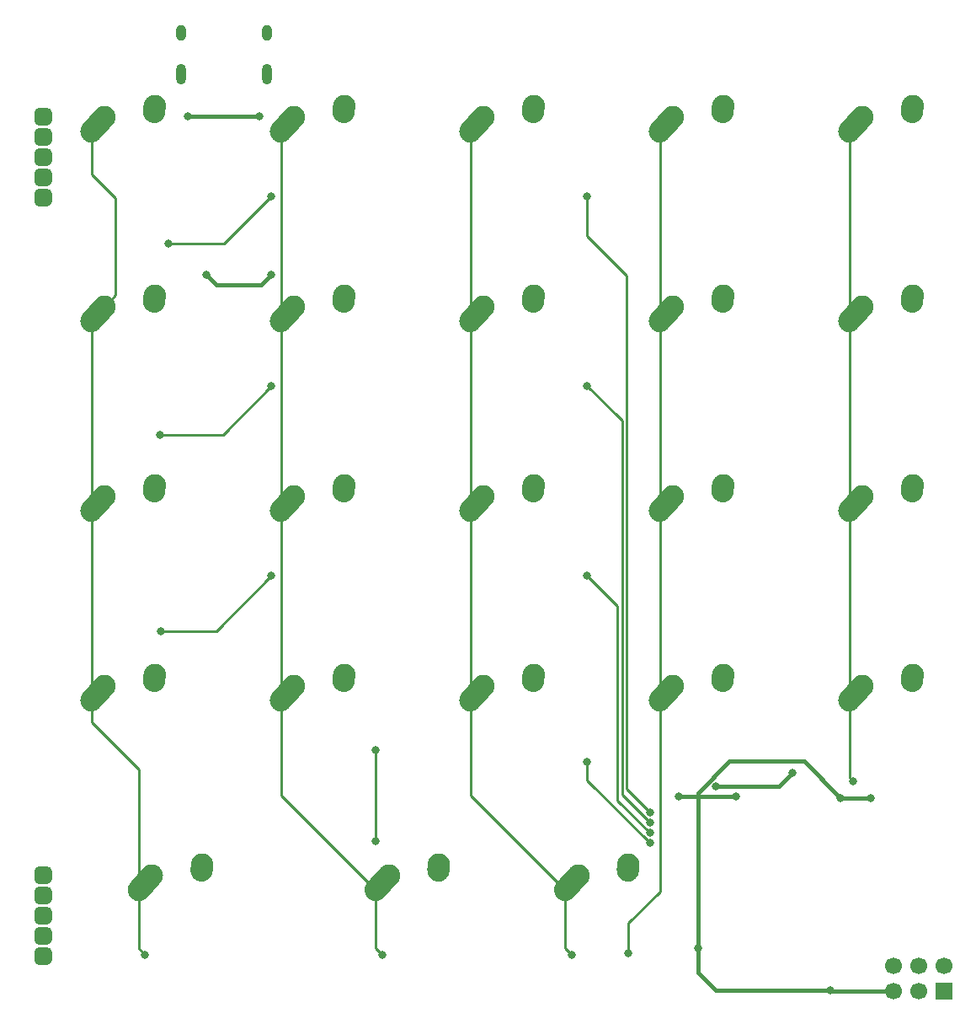
<source format=gtl>
%TF.GenerationSoftware,KiCad,Pcbnew,(5.1.12)-1*%
%TF.CreationDate,2022-01-05T00:46:49-05:00*%
%TF.ProjectId,gasket-2,6761736b-6574-42d3-922e-6b696361645f,rev?*%
%TF.SameCoordinates,Original*%
%TF.FileFunction,Copper,L1,Top*%
%TF.FilePolarity,Positive*%
%FSLAX46Y46*%
G04 Gerber Fmt 4.6, Leading zero omitted, Abs format (unit mm)*
G04 Created by KiCad (PCBNEW (5.1.12)-1) date 2022-01-05 00:46:49*
%MOMM*%
%LPD*%
G01*
G04 APERTURE LIST*
%TA.AperFunction,ComponentPad*%
%ADD10C,2.250000*%
%TD*%
%TA.AperFunction,ComponentPad*%
%ADD11O,1.000000X2.100000*%
%TD*%
%TA.AperFunction,ComponentPad*%
%ADD12O,1.000000X1.600000*%
%TD*%
%TA.AperFunction,ComponentPad*%
%ADD13R,1.700000X1.700000*%
%TD*%
%TA.AperFunction,ComponentPad*%
%ADD14C,1.700000*%
%TD*%
%TA.AperFunction,ViaPad*%
%ADD15C,0.800000*%
%TD*%
%TA.AperFunction,Conductor*%
%ADD16C,0.381000*%
%TD*%
%TA.AperFunction,Conductor*%
%ADD17C,0.254000*%
%TD*%
G04 APERTURE END LIST*
D10*
%TO.P,MX25,1*%
%TO.N,COL5*%
X123706250Y-46006250D03*
%TA.AperFunction,ComponentPad*%
G36*
G01*
X121644938Y-48303600D02*
X121644933Y-48303595D01*
G75*
G02*
X121558905Y-46714933I751317J837345D01*
G01*
X122868907Y-45254933D01*
G75*
G02*
X124457569Y-45168905I837345J-751317D01*
G01*
X124457569Y-45168905D01*
G75*
G02*
X124543597Y-46757567I-751317J-837345D01*
G01*
X123233595Y-48217567D01*
G75*
G02*
X121644933Y-48303595I-837345J751317D01*
G01*
G37*
%TD.AperFunction*%
%TO.P,MX25,2*%
%TO.N,Net-(D25-Pad2)*%
X128746250Y-44926250D03*
%TA.AperFunction,ComponentPad*%
G36*
G01*
X128629733Y-46628645D02*
X128628847Y-46628584D01*
G75*
G02*
X127583916Y-45428847I77403J1122334D01*
G01*
X127623916Y-44848847D01*
G75*
G02*
X128823653Y-43803916I1122334J-77403D01*
G01*
X128823653Y-43803916D01*
G75*
G02*
X129868584Y-45003653I-77403J-1122334D01*
G01*
X129828584Y-45583653D01*
G75*
G02*
X128628847Y-46628584I-1122334J77403D01*
G01*
G37*
%TD.AperFunction*%
%TD*%
%TO.P,MX26,1*%
%TO.N,COL5*%
X123706250Y-65056250D03*
%TA.AperFunction,ComponentPad*%
G36*
G01*
X121644938Y-67353600D02*
X121644933Y-67353595D01*
G75*
G02*
X121558905Y-65764933I751317J837345D01*
G01*
X122868907Y-64304933D01*
G75*
G02*
X124457569Y-64218905I837345J-751317D01*
G01*
X124457569Y-64218905D01*
G75*
G02*
X124543597Y-65807567I-751317J-837345D01*
G01*
X123233595Y-67267567D01*
G75*
G02*
X121644933Y-67353595I-837345J751317D01*
G01*
G37*
%TD.AperFunction*%
%TO.P,MX26,2*%
%TO.N,Net-(D26-Pad2)*%
X128746250Y-63976250D03*
%TA.AperFunction,ComponentPad*%
G36*
G01*
X128629733Y-65678645D02*
X128628847Y-65678584D01*
G75*
G02*
X127583916Y-64478847I77403J1122334D01*
G01*
X127623916Y-63898847D01*
G75*
G02*
X128823653Y-62853916I1122334J-77403D01*
G01*
X128823653Y-62853916D01*
G75*
G02*
X129868584Y-64053653I-77403J-1122334D01*
G01*
X129828584Y-64633653D01*
G75*
G02*
X128628847Y-65678584I-1122334J77403D01*
G01*
G37*
%TD.AperFunction*%
%TD*%
%TO.P,M2,5*%
%TO.N,COL4*%
%TA.AperFunction,ComponentPad*%
G36*
G01*
X118418300Y-102685850D02*
X118418300Y-103562150D01*
G75*
G02*
X117980150Y-104000300I-438150J0D01*
G01*
X117103850Y-104000300D01*
G75*
G02*
X116665700Y-103562150I0J438150D01*
G01*
X116665700Y-102685850D01*
G75*
G02*
X117103850Y-102247700I438150J0D01*
G01*
X117980150Y-102247700D01*
G75*
G02*
X118418300Y-102685850I0J-438150D01*
G01*
G37*
%TD.AperFunction*%
%TO.P,M2,4*%
%TO.N,COL3*%
%TA.AperFunction,ComponentPad*%
G36*
G01*
X118418300Y-104717850D02*
X118418300Y-105594150D01*
G75*
G02*
X117980150Y-106032300I-438150J0D01*
G01*
X117103850Y-106032300D01*
G75*
G02*
X116665700Y-105594150I0J438150D01*
G01*
X116665700Y-104717850D01*
G75*
G02*
X117103850Y-104279700I438150J0D01*
G01*
X117980150Y-104279700D01*
G75*
G02*
X118418300Y-104717850I0J-438150D01*
G01*
G37*
%TD.AperFunction*%
%TO.P,M2,3*%
%TO.N,COL2*%
%TA.AperFunction,ComponentPad*%
G36*
G01*
X118418300Y-106749850D02*
X118418300Y-107626150D01*
G75*
G02*
X117980150Y-108064300I-438150J0D01*
G01*
X117103850Y-108064300D01*
G75*
G02*
X116665700Y-107626150I0J438150D01*
G01*
X116665700Y-106749850D01*
G75*
G02*
X117103850Y-106311700I438150J0D01*
G01*
X117980150Y-106311700D01*
G75*
G02*
X118418300Y-106749850I0J-438150D01*
G01*
G37*
%TD.AperFunction*%
%TO.P,M2,2*%
%TO.N,COL1*%
%TA.AperFunction,ComponentPad*%
G36*
G01*
X118418300Y-108781850D02*
X118418300Y-109658150D01*
G75*
G02*
X117980150Y-110096300I-438150J0D01*
G01*
X117103850Y-110096300D01*
G75*
G02*
X116665700Y-109658150I0J438150D01*
G01*
X116665700Y-108781850D01*
G75*
G02*
X117103850Y-108343700I438150J0D01*
G01*
X117980150Y-108343700D01*
G75*
G02*
X118418300Y-108781850I0J-438150D01*
G01*
G37*
%TD.AperFunction*%
%TO.P,M2,1*%
%TO.N,COL0*%
%TA.AperFunction,ComponentPad*%
G36*
G01*
X118418300Y-110813850D02*
X118418300Y-111690150D01*
G75*
G02*
X117980150Y-112128300I-438150J0D01*
G01*
X117103850Y-112128300D01*
G75*
G02*
X116665700Y-111690150I0J438150D01*
G01*
X116665700Y-110813850D01*
G75*
G02*
X117103850Y-110375700I438150J0D01*
G01*
X117980150Y-110375700D01*
G75*
G02*
X118418300Y-110813850I0J-438150D01*
G01*
G37*
%TD.AperFunction*%
%TD*%
%TO.P,M1,5*%
%TO.N,ROW4*%
%TA.AperFunction,ComponentPad*%
G36*
G01*
X116663700Y-35490150D02*
X116663700Y-34613850D01*
G75*
G02*
X117101850Y-34175700I438150J0D01*
G01*
X117978150Y-34175700D01*
G75*
G02*
X118416300Y-34613850I0J-438150D01*
G01*
X118416300Y-35490150D01*
G75*
G02*
X117978150Y-35928300I-438150J0D01*
G01*
X117101850Y-35928300D01*
G75*
G02*
X116663700Y-35490150I0J438150D01*
G01*
G37*
%TD.AperFunction*%
%TO.P,M1,4*%
%TO.N,ROW3*%
%TA.AperFunction,ComponentPad*%
G36*
G01*
X116663700Y-33458150D02*
X116663700Y-32581850D01*
G75*
G02*
X117101850Y-32143700I438150J0D01*
G01*
X117978150Y-32143700D01*
G75*
G02*
X118416300Y-32581850I0J-438150D01*
G01*
X118416300Y-33458150D01*
G75*
G02*
X117978150Y-33896300I-438150J0D01*
G01*
X117101850Y-33896300D01*
G75*
G02*
X116663700Y-33458150I0J438150D01*
G01*
G37*
%TD.AperFunction*%
%TO.P,M1,3*%
%TO.N,ROW2*%
%TA.AperFunction,ComponentPad*%
G36*
G01*
X116663700Y-31426150D02*
X116663700Y-30549850D01*
G75*
G02*
X117101850Y-30111700I438150J0D01*
G01*
X117978150Y-30111700D01*
G75*
G02*
X118416300Y-30549850I0J-438150D01*
G01*
X118416300Y-31426150D01*
G75*
G02*
X117978150Y-31864300I-438150J0D01*
G01*
X117101850Y-31864300D01*
G75*
G02*
X116663700Y-31426150I0J438150D01*
G01*
G37*
%TD.AperFunction*%
%TO.P,M1,2*%
%TO.N,ROW1*%
%TA.AperFunction,ComponentPad*%
G36*
G01*
X116663700Y-29394150D02*
X116663700Y-28517850D01*
G75*
G02*
X117101850Y-28079700I438150J0D01*
G01*
X117978150Y-28079700D01*
G75*
G02*
X118416300Y-28517850I0J-438150D01*
G01*
X118416300Y-29394150D01*
G75*
G02*
X117978150Y-29832300I-438150J0D01*
G01*
X117101850Y-29832300D01*
G75*
G02*
X116663700Y-29394150I0J438150D01*
G01*
G37*
%TD.AperFunction*%
%TO.P,M1,1*%
%TO.N,ROW0*%
%TA.AperFunction,ComponentPad*%
G36*
G01*
X116663700Y-27362150D02*
X116663700Y-26485850D01*
G75*
G02*
X117101850Y-26047700I438150J0D01*
G01*
X117978150Y-26047700D01*
G75*
G02*
X118416300Y-26485850I0J-438150D01*
G01*
X118416300Y-27362150D01*
G75*
G02*
X117978150Y-27800300I-438150J0D01*
G01*
X117101850Y-27800300D01*
G75*
G02*
X116663700Y-27362150I0J438150D01*
G01*
G37*
%TD.AperFunction*%
%TD*%
%TO.P,MX24,1*%
%TO.N,COL5*%
X123706250Y-26956250D03*
%TA.AperFunction,ComponentPad*%
G36*
G01*
X121644938Y-29253600D02*
X121644933Y-29253595D01*
G75*
G02*
X121558905Y-27664933I751317J837345D01*
G01*
X122868907Y-26204933D01*
G75*
G02*
X124457569Y-26118905I837345J-751317D01*
G01*
X124457569Y-26118905D01*
G75*
G02*
X124543597Y-27707567I-751317J-837345D01*
G01*
X123233595Y-29167567D01*
G75*
G02*
X121644933Y-29253595I-837345J751317D01*
G01*
G37*
%TD.AperFunction*%
%TO.P,MX24,2*%
%TO.N,Net-(D24-Pad2)*%
X128746250Y-25876250D03*
%TA.AperFunction,ComponentPad*%
G36*
G01*
X128629733Y-27578645D02*
X128628847Y-27578584D01*
G75*
G02*
X127583916Y-26378847I77403J1122334D01*
G01*
X127623916Y-25798847D01*
G75*
G02*
X128823653Y-24753916I1122334J-77403D01*
G01*
X128823653Y-24753916D01*
G75*
G02*
X129868584Y-25953653I-77403J-1122334D01*
G01*
X129828584Y-26533653D01*
G75*
G02*
X128628847Y-27578584I-1122334J77403D01*
G01*
G37*
%TD.AperFunction*%
%TD*%
%TO.P,MX46,1*%
%TO.N,COL9*%
X199906250Y-84106250D03*
%TA.AperFunction,ComponentPad*%
G36*
G01*
X197844938Y-86403600D02*
X197844933Y-86403595D01*
G75*
G02*
X197758905Y-84814933I751317J837345D01*
G01*
X199068907Y-83354933D01*
G75*
G02*
X200657569Y-83268905I837345J-751317D01*
G01*
X200657569Y-83268905D01*
G75*
G02*
X200743597Y-84857567I-751317J-837345D01*
G01*
X199433595Y-86317567D01*
G75*
G02*
X197844933Y-86403595I-837345J751317D01*
G01*
G37*
%TD.AperFunction*%
%TO.P,MX46,2*%
%TO.N,Net-(D46-Pad2)*%
X204946250Y-83026250D03*
%TA.AperFunction,ComponentPad*%
G36*
G01*
X204829733Y-84728645D02*
X204828847Y-84728584D01*
G75*
G02*
X203783916Y-83528847I77403J1122334D01*
G01*
X203823916Y-82948847D01*
G75*
G02*
X205023653Y-81903916I1122334J-77403D01*
G01*
X205023653Y-81903916D01*
G75*
G02*
X206068584Y-83103653I-77403J-1122334D01*
G01*
X206028584Y-83683653D01*
G75*
G02*
X204828847Y-84728584I-1122334J77403D01*
G01*
G37*
%TD.AperFunction*%
%TD*%
%TO.P,MX42,1*%
%TO.N,COL8*%
X180856250Y-84106250D03*
%TA.AperFunction,ComponentPad*%
G36*
G01*
X178794938Y-86403600D02*
X178794933Y-86403595D01*
G75*
G02*
X178708905Y-84814933I751317J837345D01*
G01*
X180018907Y-83354933D01*
G75*
G02*
X181607569Y-83268905I837345J-751317D01*
G01*
X181607569Y-83268905D01*
G75*
G02*
X181693597Y-84857567I-751317J-837345D01*
G01*
X180383595Y-86317567D01*
G75*
G02*
X178794933Y-86403595I-837345J751317D01*
G01*
G37*
%TD.AperFunction*%
%TO.P,MX42,2*%
%TO.N,Net-(D42-Pad2)*%
X185896250Y-83026250D03*
%TA.AperFunction,ComponentPad*%
G36*
G01*
X185779733Y-84728645D02*
X185778847Y-84728584D01*
G75*
G02*
X184733916Y-83528847I77403J1122334D01*
G01*
X184773916Y-82948847D01*
G75*
G02*
X185973653Y-81903916I1122334J-77403D01*
G01*
X185973653Y-81903916D01*
G75*
G02*
X187018584Y-83103653I-77403J-1122334D01*
G01*
X186978584Y-83683653D01*
G75*
G02*
X185778847Y-84728584I-1122334J77403D01*
G01*
G37*
%TD.AperFunction*%
%TD*%
%TO.P,MX39,1*%
%TO.N,COL8*%
X180856250Y-26956250D03*
%TA.AperFunction,ComponentPad*%
G36*
G01*
X178794938Y-29253600D02*
X178794933Y-29253595D01*
G75*
G02*
X178708905Y-27664933I751317J837345D01*
G01*
X180018907Y-26204933D01*
G75*
G02*
X181607569Y-26118905I837345J-751317D01*
G01*
X181607569Y-26118905D01*
G75*
G02*
X181693597Y-27707567I-751317J-837345D01*
G01*
X180383595Y-29167567D01*
G75*
G02*
X178794933Y-29253595I-837345J751317D01*
G01*
G37*
%TD.AperFunction*%
%TO.P,MX39,2*%
%TO.N,Net-(D39-Pad2)*%
X185896250Y-25876250D03*
%TA.AperFunction,ComponentPad*%
G36*
G01*
X185779733Y-27578645D02*
X185778847Y-27578584D01*
G75*
G02*
X184733916Y-26378847I77403J1122334D01*
G01*
X184773916Y-25798847D01*
G75*
G02*
X185973653Y-24753916I1122334J-77403D01*
G01*
X185973653Y-24753916D01*
G75*
G02*
X187018584Y-25953653I-77403J-1122334D01*
G01*
X186978584Y-26533653D01*
G75*
G02*
X185778847Y-27578584I-1122334J77403D01*
G01*
G37*
%TD.AperFunction*%
%TD*%
D11*
%TO.P,USB1,13*%
%TO.N,Earth*%
X131411250Y-22655000D03*
X140051250Y-22655000D03*
D12*
X131411250Y-18475000D03*
X140051250Y-18475000D03*
%TD*%
D10*
%TO.P,MX45,1*%
%TO.N,COL9*%
X199906250Y-65056250D03*
%TA.AperFunction,ComponentPad*%
G36*
G01*
X197844938Y-67353600D02*
X197844933Y-67353595D01*
G75*
G02*
X197758905Y-65764933I751317J837345D01*
G01*
X199068907Y-64304933D01*
G75*
G02*
X200657569Y-64218905I837345J-751317D01*
G01*
X200657569Y-64218905D01*
G75*
G02*
X200743597Y-65807567I-751317J-837345D01*
G01*
X199433595Y-67267567D01*
G75*
G02*
X197844933Y-67353595I-837345J751317D01*
G01*
G37*
%TD.AperFunction*%
%TO.P,MX45,2*%
%TO.N,Net-(D45-Pad2)*%
X204946250Y-63976250D03*
%TA.AperFunction,ComponentPad*%
G36*
G01*
X204829733Y-65678645D02*
X204828847Y-65678584D01*
G75*
G02*
X203783916Y-64478847I77403J1122334D01*
G01*
X203823916Y-63898847D01*
G75*
G02*
X205023653Y-62853916I1122334J-77403D01*
G01*
X205023653Y-62853916D01*
G75*
G02*
X206068584Y-64053653I-77403J-1122334D01*
G01*
X206028584Y-64633653D01*
G75*
G02*
X204828847Y-65678584I-1122334J77403D01*
G01*
G37*
%TD.AperFunction*%
%TD*%
%TO.P,MX44,1*%
%TO.N,COL9*%
X199906250Y-46006250D03*
%TA.AperFunction,ComponentPad*%
G36*
G01*
X197844938Y-48303600D02*
X197844933Y-48303595D01*
G75*
G02*
X197758905Y-46714933I751317J837345D01*
G01*
X199068907Y-45254933D01*
G75*
G02*
X200657569Y-45168905I837345J-751317D01*
G01*
X200657569Y-45168905D01*
G75*
G02*
X200743597Y-46757567I-751317J-837345D01*
G01*
X199433595Y-48217567D01*
G75*
G02*
X197844933Y-48303595I-837345J751317D01*
G01*
G37*
%TD.AperFunction*%
%TO.P,MX44,2*%
%TO.N,Net-(D44-Pad2)*%
X204946250Y-44926250D03*
%TA.AperFunction,ComponentPad*%
G36*
G01*
X204829733Y-46628645D02*
X204828847Y-46628584D01*
G75*
G02*
X203783916Y-45428847I77403J1122334D01*
G01*
X203823916Y-44848847D01*
G75*
G02*
X205023653Y-43803916I1122334J-77403D01*
G01*
X205023653Y-43803916D01*
G75*
G02*
X206068584Y-45003653I-77403J-1122334D01*
G01*
X206028584Y-45583653D01*
G75*
G02*
X204828847Y-46628584I-1122334J77403D01*
G01*
G37*
%TD.AperFunction*%
%TD*%
%TO.P,MX43,1*%
%TO.N,COL9*%
X199906250Y-26956250D03*
%TA.AperFunction,ComponentPad*%
G36*
G01*
X197844938Y-29253600D02*
X197844933Y-29253595D01*
G75*
G02*
X197758905Y-27664933I751317J837345D01*
G01*
X199068907Y-26204933D01*
G75*
G02*
X200657569Y-26118905I837345J-751317D01*
G01*
X200657569Y-26118905D01*
G75*
G02*
X200743597Y-27707567I-751317J-837345D01*
G01*
X199433595Y-29167567D01*
G75*
G02*
X197844933Y-29253595I-837345J751317D01*
G01*
G37*
%TD.AperFunction*%
%TO.P,MX43,2*%
%TO.N,Net-(D43-Pad2)*%
X204946250Y-25876250D03*
%TA.AperFunction,ComponentPad*%
G36*
G01*
X204829733Y-27578645D02*
X204828847Y-27578584D01*
G75*
G02*
X203783916Y-26378847I77403J1122334D01*
G01*
X203823916Y-25798847D01*
G75*
G02*
X205023653Y-24753916I1122334J-77403D01*
G01*
X205023653Y-24753916D01*
G75*
G02*
X206068584Y-25953653I-77403J-1122334D01*
G01*
X206028584Y-26533653D01*
G75*
G02*
X204828847Y-27578584I-1122334J77403D01*
G01*
G37*
%TD.AperFunction*%
%TD*%
%TO.P,MX41,1*%
%TO.N,COL8*%
X180856250Y-65056250D03*
%TA.AperFunction,ComponentPad*%
G36*
G01*
X178794938Y-67353600D02*
X178794933Y-67353595D01*
G75*
G02*
X178708905Y-65764933I751317J837345D01*
G01*
X180018907Y-64304933D01*
G75*
G02*
X181607569Y-64218905I837345J-751317D01*
G01*
X181607569Y-64218905D01*
G75*
G02*
X181693597Y-65807567I-751317J-837345D01*
G01*
X180383595Y-67267567D01*
G75*
G02*
X178794933Y-67353595I-837345J751317D01*
G01*
G37*
%TD.AperFunction*%
%TO.P,MX41,2*%
%TO.N,Net-(D41-Pad2)*%
X185896250Y-63976250D03*
%TA.AperFunction,ComponentPad*%
G36*
G01*
X185779733Y-65678645D02*
X185778847Y-65678584D01*
G75*
G02*
X184733916Y-64478847I77403J1122334D01*
G01*
X184773916Y-63898847D01*
G75*
G02*
X185973653Y-62853916I1122334J-77403D01*
G01*
X185973653Y-62853916D01*
G75*
G02*
X187018584Y-64053653I-77403J-1122334D01*
G01*
X186978584Y-64633653D01*
G75*
G02*
X185778847Y-65678584I-1122334J77403D01*
G01*
G37*
%TD.AperFunction*%
%TD*%
%TO.P,MX40,1*%
%TO.N,COL8*%
X180856250Y-46006250D03*
%TA.AperFunction,ComponentPad*%
G36*
G01*
X178794938Y-48303600D02*
X178794933Y-48303595D01*
G75*
G02*
X178708905Y-46714933I751317J837345D01*
G01*
X180018907Y-45254933D01*
G75*
G02*
X181607569Y-45168905I837345J-751317D01*
G01*
X181607569Y-45168905D01*
G75*
G02*
X181693597Y-46757567I-751317J-837345D01*
G01*
X180383595Y-48217567D01*
G75*
G02*
X178794933Y-48303595I-837345J751317D01*
G01*
G37*
%TD.AperFunction*%
%TO.P,MX40,2*%
%TO.N,Net-(D40-Pad2)*%
X185896250Y-44926250D03*
%TA.AperFunction,ComponentPad*%
G36*
G01*
X185779733Y-46628645D02*
X185778847Y-46628584D01*
G75*
G02*
X184733916Y-45428847I77403J1122334D01*
G01*
X184773916Y-44848847D01*
G75*
G02*
X185973653Y-43803916I1122334J-77403D01*
G01*
X185973653Y-43803916D01*
G75*
G02*
X187018584Y-45003653I-77403J-1122334D01*
G01*
X186978584Y-45583653D01*
G75*
G02*
X185778847Y-46628584I-1122334J77403D01*
G01*
G37*
%TD.AperFunction*%
%TD*%
%TO.P,MX38,1*%
%TO.N,COL7*%
X171331250Y-103156250D03*
%TA.AperFunction,ComponentPad*%
G36*
G01*
X169269938Y-105453600D02*
X169269933Y-105453595D01*
G75*
G02*
X169183905Y-103864933I751317J837345D01*
G01*
X170493907Y-102404933D01*
G75*
G02*
X172082569Y-102318905I837345J-751317D01*
G01*
X172082569Y-102318905D01*
G75*
G02*
X172168597Y-103907567I-751317J-837345D01*
G01*
X170858595Y-105367567D01*
G75*
G02*
X169269933Y-105453595I-837345J751317D01*
G01*
G37*
%TD.AperFunction*%
%TO.P,MX38,2*%
%TO.N,Net-(D38-Pad2)*%
X176371250Y-102076250D03*
%TA.AperFunction,ComponentPad*%
G36*
G01*
X176254733Y-103778645D02*
X176253847Y-103778584D01*
G75*
G02*
X175208916Y-102578847I77403J1122334D01*
G01*
X175248916Y-101998847D01*
G75*
G02*
X176448653Y-100953916I1122334J-77403D01*
G01*
X176448653Y-100953916D01*
G75*
G02*
X177493584Y-102153653I-77403J-1122334D01*
G01*
X177453584Y-102733653D01*
G75*
G02*
X176253847Y-103778584I-1122334J77403D01*
G01*
G37*
%TD.AperFunction*%
%TD*%
%TO.P,MX37,1*%
%TO.N,COL7*%
X161806250Y-84106250D03*
%TA.AperFunction,ComponentPad*%
G36*
G01*
X159744938Y-86403600D02*
X159744933Y-86403595D01*
G75*
G02*
X159658905Y-84814933I751317J837345D01*
G01*
X160968907Y-83354933D01*
G75*
G02*
X162557569Y-83268905I837345J-751317D01*
G01*
X162557569Y-83268905D01*
G75*
G02*
X162643597Y-84857567I-751317J-837345D01*
G01*
X161333595Y-86317567D01*
G75*
G02*
X159744933Y-86403595I-837345J751317D01*
G01*
G37*
%TD.AperFunction*%
%TO.P,MX37,2*%
%TO.N,Net-(D37-Pad2)*%
X166846250Y-83026250D03*
%TA.AperFunction,ComponentPad*%
G36*
G01*
X166729733Y-84728645D02*
X166728847Y-84728584D01*
G75*
G02*
X165683916Y-83528847I77403J1122334D01*
G01*
X165723916Y-82948847D01*
G75*
G02*
X166923653Y-81903916I1122334J-77403D01*
G01*
X166923653Y-81903916D01*
G75*
G02*
X167968584Y-83103653I-77403J-1122334D01*
G01*
X167928584Y-83683653D01*
G75*
G02*
X166728847Y-84728584I-1122334J77403D01*
G01*
G37*
%TD.AperFunction*%
%TD*%
%TO.P,MX36,1*%
%TO.N,COL7*%
X161806250Y-65056250D03*
%TA.AperFunction,ComponentPad*%
G36*
G01*
X159744938Y-67353600D02*
X159744933Y-67353595D01*
G75*
G02*
X159658905Y-65764933I751317J837345D01*
G01*
X160968907Y-64304933D01*
G75*
G02*
X162557569Y-64218905I837345J-751317D01*
G01*
X162557569Y-64218905D01*
G75*
G02*
X162643597Y-65807567I-751317J-837345D01*
G01*
X161333595Y-67267567D01*
G75*
G02*
X159744933Y-67353595I-837345J751317D01*
G01*
G37*
%TD.AperFunction*%
%TO.P,MX36,2*%
%TO.N,Net-(D36-Pad2)*%
X166846250Y-63976250D03*
%TA.AperFunction,ComponentPad*%
G36*
G01*
X166729733Y-65678645D02*
X166728847Y-65678584D01*
G75*
G02*
X165683916Y-64478847I77403J1122334D01*
G01*
X165723916Y-63898847D01*
G75*
G02*
X166923653Y-62853916I1122334J-77403D01*
G01*
X166923653Y-62853916D01*
G75*
G02*
X167968584Y-64053653I-77403J-1122334D01*
G01*
X167928584Y-64633653D01*
G75*
G02*
X166728847Y-65678584I-1122334J77403D01*
G01*
G37*
%TD.AperFunction*%
%TD*%
%TO.P,MX35,1*%
%TO.N,COL7*%
X161806250Y-46006250D03*
%TA.AperFunction,ComponentPad*%
G36*
G01*
X159744938Y-48303600D02*
X159744933Y-48303595D01*
G75*
G02*
X159658905Y-46714933I751317J837345D01*
G01*
X160968907Y-45254933D01*
G75*
G02*
X162557569Y-45168905I837345J-751317D01*
G01*
X162557569Y-45168905D01*
G75*
G02*
X162643597Y-46757567I-751317J-837345D01*
G01*
X161333595Y-48217567D01*
G75*
G02*
X159744933Y-48303595I-837345J751317D01*
G01*
G37*
%TD.AperFunction*%
%TO.P,MX35,2*%
%TO.N,Net-(D35-Pad2)*%
X166846250Y-44926250D03*
%TA.AperFunction,ComponentPad*%
G36*
G01*
X166729733Y-46628645D02*
X166728847Y-46628584D01*
G75*
G02*
X165683916Y-45428847I77403J1122334D01*
G01*
X165723916Y-44848847D01*
G75*
G02*
X166923653Y-43803916I1122334J-77403D01*
G01*
X166923653Y-43803916D01*
G75*
G02*
X167968584Y-45003653I-77403J-1122334D01*
G01*
X167928584Y-45583653D01*
G75*
G02*
X166728847Y-46628584I-1122334J77403D01*
G01*
G37*
%TD.AperFunction*%
%TD*%
%TO.P,MX34,1*%
%TO.N,COL7*%
X161806250Y-26956250D03*
%TA.AperFunction,ComponentPad*%
G36*
G01*
X159744938Y-29253600D02*
X159744933Y-29253595D01*
G75*
G02*
X159658905Y-27664933I751317J837345D01*
G01*
X160968907Y-26204933D01*
G75*
G02*
X162557569Y-26118905I837345J-751317D01*
G01*
X162557569Y-26118905D01*
G75*
G02*
X162643597Y-27707567I-751317J-837345D01*
G01*
X161333595Y-29167567D01*
G75*
G02*
X159744933Y-29253595I-837345J751317D01*
G01*
G37*
%TD.AperFunction*%
%TO.P,MX34,2*%
%TO.N,Net-(D34-Pad2)*%
X166846250Y-25876250D03*
%TA.AperFunction,ComponentPad*%
G36*
G01*
X166729733Y-27578645D02*
X166728847Y-27578584D01*
G75*
G02*
X165683916Y-26378847I77403J1122334D01*
G01*
X165723916Y-25798847D01*
G75*
G02*
X166923653Y-24753916I1122334J-77403D01*
G01*
X166923653Y-24753916D01*
G75*
G02*
X167968584Y-25953653I-77403J-1122334D01*
G01*
X167928584Y-26533653D01*
G75*
G02*
X166728847Y-27578584I-1122334J77403D01*
G01*
G37*
%TD.AperFunction*%
%TD*%
%TO.P,MX33,1*%
%TO.N,COL6*%
X152281250Y-103156250D03*
%TA.AperFunction,ComponentPad*%
G36*
G01*
X150219938Y-105453600D02*
X150219933Y-105453595D01*
G75*
G02*
X150133905Y-103864933I751317J837345D01*
G01*
X151443907Y-102404933D01*
G75*
G02*
X153032569Y-102318905I837345J-751317D01*
G01*
X153032569Y-102318905D01*
G75*
G02*
X153118597Y-103907567I-751317J-837345D01*
G01*
X151808595Y-105367567D01*
G75*
G02*
X150219933Y-105453595I-837345J751317D01*
G01*
G37*
%TD.AperFunction*%
%TO.P,MX33,2*%
%TO.N,Net-(D33-Pad2)*%
X157321250Y-102076250D03*
%TA.AperFunction,ComponentPad*%
G36*
G01*
X157204733Y-103778645D02*
X157203847Y-103778584D01*
G75*
G02*
X156158916Y-102578847I77403J1122334D01*
G01*
X156198916Y-101998847D01*
G75*
G02*
X157398653Y-100953916I1122334J-77403D01*
G01*
X157398653Y-100953916D01*
G75*
G02*
X158443584Y-102153653I-77403J-1122334D01*
G01*
X158403584Y-102733653D01*
G75*
G02*
X157203847Y-103778584I-1122334J77403D01*
G01*
G37*
%TD.AperFunction*%
%TD*%
%TO.P,MX32,1*%
%TO.N,COL6*%
X142756250Y-84106250D03*
%TA.AperFunction,ComponentPad*%
G36*
G01*
X140694938Y-86403600D02*
X140694933Y-86403595D01*
G75*
G02*
X140608905Y-84814933I751317J837345D01*
G01*
X141918907Y-83354933D01*
G75*
G02*
X143507569Y-83268905I837345J-751317D01*
G01*
X143507569Y-83268905D01*
G75*
G02*
X143593597Y-84857567I-751317J-837345D01*
G01*
X142283595Y-86317567D01*
G75*
G02*
X140694933Y-86403595I-837345J751317D01*
G01*
G37*
%TD.AperFunction*%
%TO.P,MX32,2*%
%TO.N,Net-(D32-Pad2)*%
X147796250Y-83026250D03*
%TA.AperFunction,ComponentPad*%
G36*
G01*
X147679733Y-84728645D02*
X147678847Y-84728584D01*
G75*
G02*
X146633916Y-83528847I77403J1122334D01*
G01*
X146673916Y-82948847D01*
G75*
G02*
X147873653Y-81903916I1122334J-77403D01*
G01*
X147873653Y-81903916D01*
G75*
G02*
X148918584Y-83103653I-77403J-1122334D01*
G01*
X148878584Y-83683653D01*
G75*
G02*
X147678847Y-84728584I-1122334J77403D01*
G01*
G37*
%TD.AperFunction*%
%TD*%
%TO.P,MX31,1*%
%TO.N,COL6*%
X142756250Y-65056250D03*
%TA.AperFunction,ComponentPad*%
G36*
G01*
X140694938Y-67353600D02*
X140694933Y-67353595D01*
G75*
G02*
X140608905Y-65764933I751317J837345D01*
G01*
X141918907Y-64304933D01*
G75*
G02*
X143507569Y-64218905I837345J-751317D01*
G01*
X143507569Y-64218905D01*
G75*
G02*
X143593597Y-65807567I-751317J-837345D01*
G01*
X142283595Y-67267567D01*
G75*
G02*
X140694933Y-67353595I-837345J751317D01*
G01*
G37*
%TD.AperFunction*%
%TO.P,MX31,2*%
%TO.N,Net-(D31-Pad2)*%
X147796250Y-63976250D03*
%TA.AperFunction,ComponentPad*%
G36*
G01*
X147679733Y-65678645D02*
X147678847Y-65678584D01*
G75*
G02*
X146633916Y-64478847I77403J1122334D01*
G01*
X146673916Y-63898847D01*
G75*
G02*
X147873653Y-62853916I1122334J-77403D01*
G01*
X147873653Y-62853916D01*
G75*
G02*
X148918584Y-64053653I-77403J-1122334D01*
G01*
X148878584Y-64633653D01*
G75*
G02*
X147678847Y-65678584I-1122334J77403D01*
G01*
G37*
%TD.AperFunction*%
%TD*%
%TO.P,MX30,1*%
%TO.N,COL6*%
X142756250Y-46006250D03*
%TA.AperFunction,ComponentPad*%
G36*
G01*
X140694938Y-48303600D02*
X140694933Y-48303595D01*
G75*
G02*
X140608905Y-46714933I751317J837345D01*
G01*
X141918907Y-45254933D01*
G75*
G02*
X143507569Y-45168905I837345J-751317D01*
G01*
X143507569Y-45168905D01*
G75*
G02*
X143593597Y-46757567I-751317J-837345D01*
G01*
X142283595Y-48217567D01*
G75*
G02*
X140694933Y-48303595I-837345J751317D01*
G01*
G37*
%TD.AperFunction*%
%TO.P,MX30,2*%
%TO.N,Net-(D30-Pad2)*%
X147796250Y-44926250D03*
%TA.AperFunction,ComponentPad*%
G36*
G01*
X147679733Y-46628645D02*
X147678847Y-46628584D01*
G75*
G02*
X146633916Y-45428847I77403J1122334D01*
G01*
X146673916Y-44848847D01*
G75*
G02*
X147873653Y-43803916I1122334J-77403D01*
G01*
X147873653Y-43803916D01*
G75*
G02*
X148918584Y-45003653I-77403J-1122334D01*
G01*
X148878584Y-45583653D01*
G75*
G02*
X147678847Y-46628584I-1122334J77403D01*
G01*
G37*
%TD.AperFunction*%
%TD*%
%TO.P,MX29,1*%
%TO.N,COL6*%
X142756250Y-26956250D03*
%TA.AperFunction,ComponentPad*%
G36*
G01*
X140694938Y-29253600D02*
X140694933Y-29253595D01*
G75*
G02*
X140608905Y-27664933I751317J837345D01*
G01*
X141918907Y-26204933D01*
G75*
G02*
X143507569Y-26118905I837345J-751317D01*
G01*
X143507569Y-26118905D01*
G75*
G02*
X143593597Y-27707567I-751317J-837345D01*
G01*
X142283595Y-29167567D01*
G75*
G02*
X140694933Y-29253595I-837345J751317D01*
G01*
G37*
%TD.AperFunction*%
%TO.P,MX29,2*%
%TO.N,Net-(D29-Pad2)*%
X147796250Y-25876250D03*
%TA.AperFunction,ComponentPad*%
G36*
G01*
X147679733Y-27578645D02*
X147678847Y-27578584D01*
G75*
G02*
X146633916Y-26378847I77403J1122334D01*
G01*
X146673916Y-25798847D01*
G75*
G02*
X147873653Y-24753916I1122334J-77403D01*
G01*
X147873653Y-24753916D01*
G75*
G02*
X148918584Y-25953653I-77403J-1122334D01*
G01*
X148878584Y-26533653D01*
G75*
G02*
X147678847Y-27578584I-1122334J77403D01*
G01*
G37*
%TD.AperFunction*%
%TD*%
%TO.P,MX28,1*%
%TO.N,COL5*%
X128468750Y-103156250D03*
%TA.AperFunction,ComponentPad*%
G36*
G01*
X126407438Y-105453600D02*
X126407433Y-105453595D01*
G75*
G02*
X126321405Y-103864933I751317J837345D01*
G01*
X127631407Y-102404933D01*
G75*
G02*
X129220069Y-102318905I837345J-751317D01*
G01*
X129220069Y-102318905D01*
G75*
G02*
X129306097Y-103907567I-751317J-837345D01*
G01*
X127996095Y-105367567D01*
G75*
G02*
X126407433Y-105453595I-837345J751317D01*
G01*
G37*
%TD.AperFunction*%
%TO.P,MX28,2*%
%TO.N,Net-(D28-Pad2)*%
X133508750Y-102076250D03*
%TA.AperFunction,ComponentPad*%
G36*
G01*
X133392233Y-103778645D02*
X133391347Y-103778584D01*
G75*
G02*
X132346416Y-102578847I77403J1122334D01*
G01*
X132386416Y-101998847D01*
G75*
G02*
X133586153Y-100953916I1122334J-77403D01*
G01*
X133586153Y-100953916D01*
G75*
G02*
X134631084Y-102153653I-77403J-1122334D01*
G01*
X134591084Y-102733653D01*
G75*
G02*
X133391347Y-103778584I-1122334J77403D01*
G01*
G37*
%TD.AperFunction*%
%TD*%
%TO.P,MX27,1*%
%TO.N,COL5*%
X123706250Y-84106250D03*
%TA.AperFunction,ComponentPad*%
G36*
G01*
X121644938Y-86403600D02*
X121644933Y-86403595D01*
G75*
G02*
X121558905Y-84814933I751317J837345D01*
G01*
X122868907Y-83354933D01*
G75*
G02*
X124457569Y-83268905I837345J-751317D01*
G01*
X124457569Y-83268905D01*
G75*
G02*
X124543597Y-84857567I-751317J-837345D01*
G01*
X123233595Y-86317567D01*
G75*
G02*
X121644933Y-86403595I-837345J751317D01*
G01*
G37*
%TD.AperFunction*%
%TO.P,MX27,2*%
%TO.N,Net-(D27-Pad2)*%
X128746250Y-83026250D03*
%TA.AperFunction,ComponentPad*%
G36*
G01*
X128629733Y-84728645D02*
X128628847Y-84728584D01*
G75*
G02*
X127583916Y-83528847I77403J1122334D01*
G01*
X127623916Y-82948847D01*
G75*
G02*
X128823653Y-81903916I1122334J-77403D01*
G01*
X128823653Y-81903916D01*
G75*
G02*
X129868584Y-83103653I-77403J-1122334D01*
G01*
X129828584Y-83683653D01*
G75*
G02*
X128628847Y-84728584I-1122334J77403D01*
G01*
G37*
%TD.AperFunction*%
%TD*%
D13*
%TO.P,J1,6*%
%TO.N,GND*%
X208121250Y-114776250D03*
D14*
%TO.P,J1,5*%
%TO.N,RST*%
X208121250Y-112236250D03*
%TO.P,J1,4*%
%TO.N,MOSI*%
X205581250Y-114776250D03*
%TO.P,J1,3*%
%TO.N,SCK*%
X205581250Y-112236250D03*
%TO.P,J1,2*%
%TO.N,+5V*%
X203041250Y-114776250D03*
%TO.P,J1,1*%
%TO.N,MISO*%
X203041250Y-112236250D03*
%TD*%
D15*
%TO.N,GND*%
X185166000Y-94234000D03*
X192913000Y-92837000D03*
X133985000Y-42799000D03*
X140462000Y-42799000D03*
%TO.N,+5V*%
X181483000Y-95250000D03*
X187198000Y-95250000D03*
X200787000Y-95377000D03*
X196723000Y-114681000D03*
X183388000Y-110490000D03*
X197739000Y-95377000D03*
%TO.N,ROW0*%
X172243750Y-34925000D03*
X178593750Y-96837500D03*
X140493750Y-34925000D03*
X130175000Y-39687500D03*
%TO.N,ROW1*%
X172243750Y-53975000D03*
X178560436Y-97836946D03*
X140493750Y-53975000D03*
X129247999Y-58870751D03*
%TO.N,ROW2*%
X172243750Y-73025000D03*
X178547176Y-98851820D03*
X140493750Y-73025000D03*
X129381250Y-78581250D03*
%TO.N,ROW3*%
X178541821Y-99874600D03*
X172243750Y-91785000D03*
X151003000Y-90551000D03*
X151003000Y-99695000D03*
%TO.N,VCC*%
X139319000Y-26924000D03*
X132080000Y-26924000D03*
%TO.N,COL5*%
X127793750Y-111125000D03*
%TO.N,COL6*%
X151606250Y-111125000D03*
%TO.N,COL7*%
X170656250Y-111125000D03*
%TO.N,COL8*%
X176403000Y-110998000D03*
%TO.N,COL9*%
X199009000Y-93726000D03*
%TD*%
D16*
%TO.N,GND*%
X191516000Y-94234000D02*
X192913000Y-92837000D01*
X185166000Y-94234000D02*
X191516000Y-94234000D01*
X133985000Y-42799000D02*
X135001000Y-43815000D01*
X139446000Y-43815000D02*
X140462000Y-42799000D01*
X135001000Y-43815000D02*
X139446000Y-43815000D01*
%TO.N,+5V*%
X186817000Y-114681000D02*
X185166000Y-114681000D01*
X185166000Y-114681000D02*
X183388000Y-112903000D01*
X183388000Y-95250000D02*
X187198000Y-95250000D01*
X181483000Y-95250000D02*
X183388000Y-95250000D01*
X183388000Y-112903000D02*
X183388000Y-110490000D01*
X183388000Y-110490000D02*
X183388000Y-95250000D01*
X196723000Y-114681000D02*
X186817000Y-114681000D01*
X197739000Y-95377000D02*
X200787000Y-95377000D01*
X196818250Y-114776250D02*
X196723000Y-114681000D01*
X203041250Y-114776250D02*
X196818250Y-114776250D01*
X183388000Y-94842058D02*
X186536058Y-91694000D01*
X183388000Y-95250000D02*
X183388000Y-94842058D01*
X194056000Y-91694000D02*
X197739000Y-95377000D01*
X186536058Y-91694000D02*
X194056000Y-91694000D01*
D17*
%TO.N,ROW0*%
X172243750Y-34925000D02*
X172243750Y-38893750D01*
X172243750Y-38893750D02*
X176212500Y-42862500D01*
X176212500Y-94456250D02*
X178593750Y-96837500D01*
X176212500Y-42862500D02*
X176212500Y-94456250D01*
X135731250Y-39687500D02*
X140493750Y-34925000D01*
X130175000Y-39687500D02*
X135731250Y-39687500D01*
%TO.N,ROW1*%
X172243750Y-53975000D02*
X175418750Y-57150000D01*
X175418750Y-57150000D02*
X175758490Y-57489740D01*
X175758490Y-95035000D02*
X178560436Y-97836946D01*
X175758490Y-57489740D02*
X175758490Y-95035000D01*
X135597999Y-58870751D02*
X140493750Y-53975000D01*
X129247999Y-58870751D02*
X135597999Y-58870751D01*
%TO.N,ROW2*%
X172243750Y-73025000D02*
X175304480Y-76085730D01*
X175304480Y-95609124D02*
X178547176Y-98851820D01*
X175304480Y-76085730D02*
X175304480Y-95609124D01*
X134937500Y-78581250D02*
X129381250Y-78581250D01*
X140493750Y-73025000D02*
X134937500Y-78581250D01*
%TO.N,ROW3*%
X172243750Y-91785000D02*
X172243750Y-93576529D01*
X172243750Y-93576529D02*
X178541821Y-99874600D01*
X151003000Y-90551000D02*
X151003000Y-99695000D01*
D16*
%TO.N,VCC*%
X132080000Y-26924000D02*
X139319000Y-26924000D01*
D17*
%TO.N,COL5*%
X122396250Y-28416250D02*
X122396250Y-32702500D01*
X124831249Y-44881251D02*
X123706250Y-46006250D01*
X124831249Y-35137499D02*
X124831249Y-44881251D01*
X122396250Y-32702500D02*
X124831249Y-35137499D01*
X122396250Y-68897500D02*
X122396250Y-85566250D01*
X122396250Y-47466250D02*
X122396250Y-68897500D01*
X127158750Y-92493684D02*
X127158750Y-104616250D01*
X122396250Y-87731184D02*
X127158750Y-92493684D01*
X122396250Y-85566250D02*
X122396250Y-87731184D01*
X127158750Y-110490000D02*
X127793750Y-111125000D01*
X127158750Y-104616250D02*
X127158750Y-110490000D01*
%TO.N,COL6*%
X141446250Y-95091250D02*
X150971250Y-104616250D01*
X141446250Y-28416250D02*
X141446250Y-95091250D01*
X150971250Y-104616250D02*
X150971250Y-110490000D01*
X150971250Y-110490000D02*
X151606250Y-111125000D01*
%TO.N,COL7*%
X160496250Y-95091250D02*
X170021250Y-104616250D01*
X160496250Y-28416250D02*
X160496250Y-95091250D01*
X170021250Y-104616250D02*
X170021250Y-110490000D01*
X170021250Y-110490000D02*
X170656250Y-111125000D01*
%TO.N,COL8*%
X179546250Y-52228750D02*
X179546250Y-28416250D01*
X179546250Y-85566250D02*
X179546250Y-52228750D01*
X176403000Y-107885538D02*
X176403000Y-110998000D01*
X179546250Y-104742288D02*
X176403000Y-107885538D01*
X179546250Y-85566250D02*
X179546250Y-104742288D01*
%TO.N,COL9*%
X198596250Y-28416250D02*
X198596250Y-85566250D01*
X198596250Y-93313250D02*
X199009000Y-93726000D01*
X198596250Y-85566250D02*
X198596250Y-93313250D01*
%TD*%
M02*

</source>
